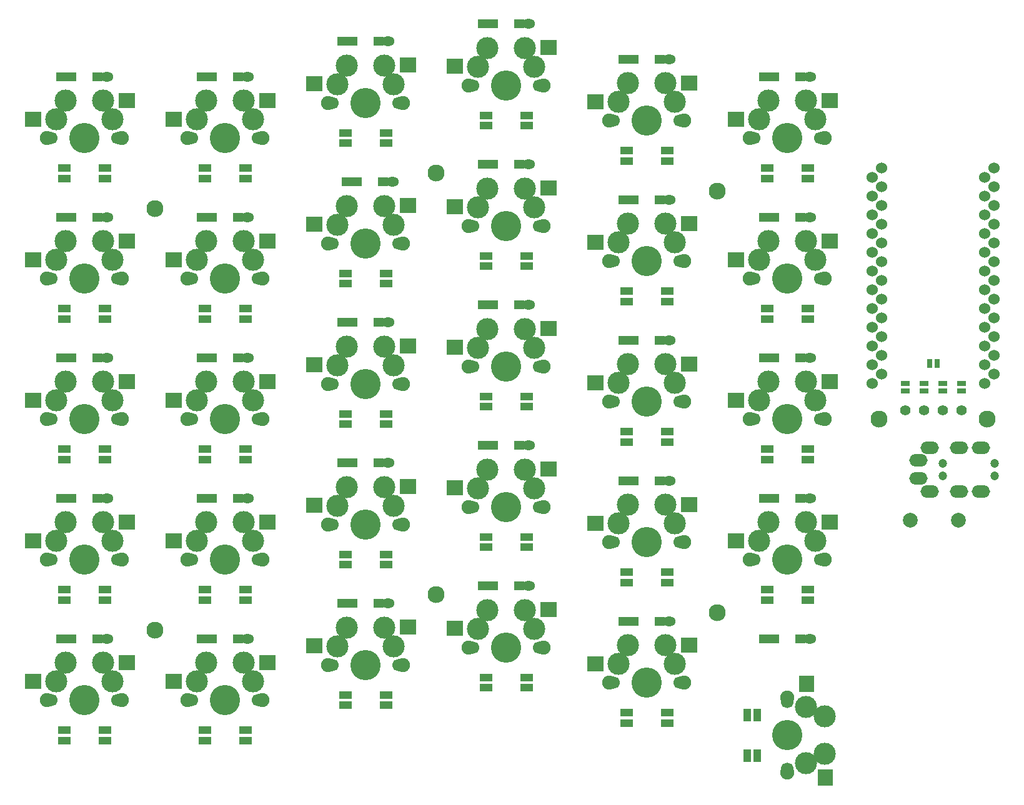
<source format=gbr>
%TF.GenerationSoftware,KiCad,Pcbnew,5.1.9-73d0e3b20d~88~ubuntu18.04.1*%
%TF.CreationDate,2021-03-13T15:22:26+09:00*%
%TF.ProjectId,swallowtail,7377616c-6c6f-4777-9461-696c2e6b6963,rev?*%
%TF.SameCoordinates,Original*%
%TF.FileFunction,Soldermask,Bot*%
%TF.FilePolarity,Negative*%
%FSLAX46Y46*%
G04 Gerber Fmt 4.6, Leading zero omitted, Abs format (unit mm)*
G04 Created by KiCad (PCBNEW 5.1.9-73d0e3b20d~88~ubuntu18.04.1) date 2021-03-13 15:22:26*
%MOMM*%
%LPD*%
G01*
G04 APERTURE LIST*
%ADD10R,2.300000X2.000000*%
%ADD11C,3.000000*%
%ADD12C,4.100000*%
%ADD13C,1.900000*%
%ADD14C,1.700000*%
%ADD15R,1.400000X1.300000*%
%ADD16O,1.778000X1.300000*%
%ADD17R,1.778000X1.300000*%
%ADD18C,2.300000*%
%ADD19R,1.700000X1.000000*%
%ADD20R,1.000000X1.700000*%
%ADD21R,2.000000X2.300000*%
%ADD22C,1.200000*%
%ADD23O,2.500000X1.700000*%
%ADD24C,1.397000*%
%ADD25R,0.635000X1.143000*%
%ADD26R,1.143000X0.635000*%
%ADD27C,2.000000*%
%ADD28C,1.524000*%
G04 APERTURE END LIST*
D10*
%TO.C,SW24*%
X132303125Y-115291875D03*
D11*
X135493125Y-115331875D03*
X136763125Y-112791875D03*
X143113125Y-115331874D03*
X141843125Y-112791875D03*
D12*
X139303125Y-117871875D03*
D13*
X144383125Y-117871875D03*
X134223125Y-117871875D03*
D10*
X145003125Y-112751875D03*
D14*
X134803125Y-117871875D03*
X143803125Y-117871875D03*
%TD*%
D15*
%TO.C,D1*%
X45828125Y-52387500D03*
X42278125Y-52387500D03*
D16*
X47053125Y-52387500D03*
D17*
X41053125Y-52387500D03*
%TD*%
D15*
%TO.C,D2*%
X64878125Y-52387500D03*
X61328125Y-52387500D03*
D16*
X66103125Y-52387500D03*
D17*
X60103125Y-52387500D03*
%TD*%
D15*
%TO.C,D3*%
X83928125Y-47625000D03*
X80378125Y-47625000D03*
D16*
X85153125Y-47625000D03*
D17*
X79153125Y-47625000D03*
%TD*%
D15*
%TO.C,D4*%
X102978125Y-45243750D03*
X99428125Y-45243750D03*
D16*
X104203125Y-45243750D03*
D17*
X98203125Y-45243750D03*
%TD*%
D15*
%TO.C,D5*%
X122028125Y-50006250D03*
X118478125Y-50006250D03*
D16*
X123253125Y-50006250D03*
D17*
X117253125Y-50006250D03*
%TD*%
D15*
%TO.C,D6*%
X141078125Y-52387500D03*
X137528125Y-52387500D03*
D16*
X142303125Y-52387500D03*
D17*
X136303125Y-52387500D03*
%TD*%
D15*
%TO.C,D7*%
X45828125Y-71437500D03*
X42278125Y-71437500D03*
D16*
X47053125Y-71437500D03*
D17*
X41053125Y-71437500D03*
%TD*%
D15*
%TO.C,D8*%
X64878125Y-71437500D03*
X61328125Y-71437500D03*
D16*
X66103125Y-71437500D03*
D17*
X60103125Y-71437500D03*
%TD*%
D15*
%TO.C,D9*%
X84534375Y-66675000D03*
X80984375Y-66675000D03*
D16*
X85759375Y-66675000D03*
D17*
X79759375Y-66675000D03*
%TD*%
D15*
%TO.C,D10*%
X102978125Y-64293750D03*
X99428125Y-64293750D03*
D16*
X104203125Y-64293750D03*
D17*
X98203125Y-64293750D03*
%TD*%
D15*
%TO.C,D11*%
X122028125Y-69056250D03*
X118478125Y-69056250D03*
D16*
X123253125Y-69056250D03*
D17*
X117253125Y-69056250D03*
%TD*%
D15*
%TO.C,D12*%
X141078125Y-71437500D03*
X137528125Y-71437500D03*
D16*
X142303125Y-71437500D03*
D17*
X136303125Y-71437500D03*
%TD*%
D15*
%TO.C,D13*%
X45828125Y-90487500D03*
X42278125Y-90487500D03*
D16*
X47053125Y-90487500D03*
D17*
X41053125Y-90487500D03*
%TD*%
D15*
%TO.C,D14*%
X64878125Y-90487500D03*
X61328125Y-90487500D03*
D16*
X66103125Y-90487500D03*
D17*
X60103125Y-90487500D03*
%TD*%
D15*
%TO.C,D15*%
X83928125Y-85725000D03*
X80378125Y-85725000D03*
D16*
X85153125Y-85725000D03*
D17*
X79153125Y-85725000D03*
%TD*%
D15*
%TO.C,D16*%
X102978125Y-83343750D03*
X99428125Y-83343750D03*
D16*
X104203125Y-83343750D03*
D17*
X98203125Y-83343750D03*
%TD*%
D15*
%TO.C,D17*%
X122028125Y-88106250D03*
X118478125Y-88106250D03*
D16*
X123253125Y-88106250D03*
D17*
X117253125Y-88106250D03*
%TD*%
D15*
%TO.C,D18*%
X141078125Y-90487500D03*
X137528125Y-90487500D03*
D16*
X142303125Y-90487500D03*
D17*
X136303125Y-90487500D03*
%TD*%
D15*
%TO.C,D19*%
X45828125Y-109537500D03*
X42278125Y-109537500D03*
D16*
X47053125Y-109537500D03*
D17*
X41053125Y-109537500D03*
%TD*%
D15*
%TO.C,D20*%
X64878125Y-109537500D03*
X61328125Y-109537500D03*
D16*
X66103125Y-109537500D03*
D17*
X60103125Y-109537500D03*
%TD*%
D15*
%TO.C,D21*%
X83928125Y-104775000D03*
X80378125Y-104775000D03*
D16*
X85153125Y-104775000D03*
D17*
X79153125Y-104775000D03*
%TD*%
D15*
%TO.C,D22*%
X102978125Y-102393750D03*
X99428125Y-102393750D03*
D16*
X104203125Y-102393750D03*
D17*
X98203125Y-102393750D03*
%TD*%
D15*
%TO.C,D23*%
X122028125Y-107156250D03*
X118478125Y-107156250D03*
D16*
X123253125Y-107156250D03*
D17*
X117253125Y-107156250D03*
%TD*%
D15*
%TO.C,D24*%
X141078125Y-109537500D03*
X137528125Y-109537500D03*
D16*
X142303125Y-109537500D03*
D17*
X136303125Y-109537500D03*
%TD*%
D15*
%TO.C,D25*%
X45828125Y-128587500D03*
X42278125Y-128587500D03*
D16*
X47053125Y-128587500D03*
D17*
X41053125Y-128587500D03*
%TD*%
D15*
%TO.C,D26*%
X64878125Y-128587500D03*
X61328125Y-128587500D03*
D16*
X66103125Y-128587500D03*
D17*
X60103125Y-128587500D03*
%TD*%
D15*
%TO.C,D27*%
X83928125Y-123825000D03*
X80378125Y-123825000D03*
D16*
X85153125Y-123825000D03*
D17*
X79153125Y-123825000D03*
%TD*%
D15*
%TO.C,D28*%
X102978125Y-121443750D03*
X99428125Y-121443750D03*
D16*
X104203125Y-121443750D03*
D17*
X98203125Y-121443750D03*
%TD*%
D15*
%TO.C,D29*%
X122028125Y-126206250D03*
X118478125Y-126206250D03*
D16*
X123253125Y-126206250D03*
D17*
X117253125Y-126206250D03*
%TD*%
D15*
%TO.C,D30*%
X141078125Y-128587500D03*
X137528125Y-128587500D03*
D16*
X142303125Y-128587500D03*
D17*
X136303125Y-128587500D03*
%TD*%
D18*
%TO.C,Ref\u002A\u002A*%
X166370000Y-98821885D03*
%TD*%
%TO.C,Ref\u002A\u002A*%
X151765000Y-98821885D03*
%TD*%
%TO.C,Ref\u002A\u002A*%
X129778610Y-67865625D03*
%TD*%
%TO.C,Ref\u002A\u002A*%
X129778610Y-125015625D03*
%TD*%
%TO.C,Ref\u002A\u002A*%
X91678450Y-65484375D03*
%TD*%
%TO.C,Ref\u002A\u002A*%
X91678450Y-122634375D03*
%TD*%
%TO.C,Ref\u002A\u002A*%
X53578290Y-127396875D03*
%TD*%
%TO.C,Ref\u002A\u002A*%
X53578290Y-70246875D03*
%TD*%
D19*
%TO.C,LED1*%
X46803125Y-66184375D03*
X46803125Y-64784375D03*
X41303125Y-66184375D03*
X41303125Y-64784375D03*
%TD*%
%TO.C,LED2*%
X65853125Y-66184375D03*
X65853125Y-64784375D03*
X60353125Y-66184375D03*
X60353125Y-64784375D03*
%TD*%
%TO.C,LED3*%
X84903125Y-61421875D03*
X84903125Y-60021875D03*
X79403125Y-61421875D03*
X79403125Y-60021875D03*
%TD*%
%TO.C,LED4*%
X103953125Y-59040625D03*
X103953125Y-57640625D03*
X98453125Y-59040625D03*
X98453125Y-57640625D03*
%TD*%
%TO.C,LED5*%
X123003125Y-63803125D03*
X123003125Y-62403125D03*
X117503125Y-63803125D03*
X117503125Y-62403125D03*
%TD*%
%TO.C,LED6*%
X142053125Y-66184375D03*
X142053125Y-64784375D03*
X136553125Y-66184375D03*
X136553125Y-64784375D03*
%TD*%
%TO.C,LED7*%
X46803125Y-85234375D03*
X46803125Y-83834375D03*
X41303125Y-85234375D03*
X41303125Y-83834375D03*
%TD*%
%TO.C,LED8*%
X65853125Y-85234375D03*
X65853125Y-83834375D03*
X60353125Y-85234375D03*
X60353125Y-83834375D03*
%TD*%
%TO.C,LED9*%
X84903125Y-80471875D03*
X84903125Y-79071875D03*
X79403125Y-80471875D03*
X79403125Y-79071875D03*
%TD*%
%TO.C,LED10*%
X103953125Y-78090625D03*
X103953125Y-76690625D03*
X98453125Y-78090625D03*
X98453125Y-76690625D03*
%TD*%
%TO.C,LED11*%
X123003125Y-82853125D03*
X123003125Y-81453125D03*
X117503125Y-82853125D03*
X117503125Y-81453125D03*
%TD*%
%TO.C,LED12*%
X142053125Y-85234375D03*
X142053125Y-83834375D03*
X136553125Y-85234375D03*
X136553125Y-83834375D03*
%TD*%
%TO.C,LED13*%
X46803125Y-104284375D03*
X46803125Y-102884375D03*
X41303125Y-104284375D03*
X41303125Y-102884375D03*
%TD*%
%TO.C,LED14*%
X65853125Y-104284375D03*
X65853125Y-102884375D03*
X60353125Y-104284375D03*
X60353125Y-102884375D03*
%TD*%
%TO.C,LED15*%
X84903125Y-99521875D03*
X84903125Y-98121875D03*
X79403125Y-99521875D03*
X79403125Y-98121875D03*
%TD*%
%TO.C,LED16*%
X103953125Y-97140625D03*
X103953125Y-95740625D03*
X98453125Y-97140625D03*
X98453125Y-95740625D03*
%TD*%
%TO.C,LED17*%
X123003125Y-101903125D03*
X123003125Y-100503125D03*
X117503125Y-101903125D03*
X117503125Y-100503125D03*
%TD*%
%TO.C,LED18*%
X142053125Y-104284375D03*
X142053125Y-102884375D03*
X136553125Y-104284375D03*
X136553125Y-102884375D03*
%TD*%
%TO.C,LED19*%
X46803125Y-123334375D03*
X46803125Y-121934375D03*
X41303125Y-123334375D03*
X41303125Y-121934375D03*
%TD*%
%TO.C,LED20*%
X65853125Y-123334375D03*
X65853125Y-121934375D03*
X60353125Y-123334375D03*
X60353125Y-121934375D03*
%TD*%
%TO.C,LED21*%
X84903125Y-118571875D03*
X84903125Y-117171875D03*
X79403125Y-118571875D03*
X79403125Y-117171875D03*
%TD*%
%TO.C,LED22*%
X103953125Y-116190625D03*
X103953125Y-114790625D03*
X98453125Y-116190625D03*
X98453125Y-114790625D03*
%TD*%
%TO.C,LED23*%
X123003125Y-120953125D03*
X123003125Y-119553125D03*
X117503125Y-120953125D03*
X117503125Y-119553125D03*
%TD*%
%TO.C,LED24*%
X142053125Y-123334375D03*
X142053125Y-121934375D03*
X136553125Y-123334375D03*
X136553125Y-121934375D03*
%TD*%
%TO.C,LED25*%
X46803125Y-142384375D03*
X46803125Y-140984375D03*
X41303125Y-142384375D03*
X41303125Y-140984375D03*
%TD*%
%TO.C,LED26*%
X65853125Y-142384375D03*
X65853125Y-140984375D03*
X60353125Y-142384375D03*
X60353125Y-140984375D03*
%TD*%
%TO.C,LED27*%
X84903125Y-137621875D03*
X84903125Y-136221875D03*
X79403125Y-137621875D03*
X79403125Y-136221875D03*
%TD*%
%TO.C,LED28*%
X103953125Y-135240625D03*
X103953125Y-133840625D03*
X98453125Y-135240625D03*
X98453125Y-133840625D03*
%TD*%
%TO.C,LED29*%
X123003125Y-140003125D03*
X123003125Y-138603125D03*
X117503125Y-140003125D03*
X117503125Y-138603125D03*
%TD*%
D20*
%TO.C,LED30*%
X133840625Y-144434375D03*
X135240625Y-144434375D03*
X133840625Y-138934375D03*
X135240625Y-138934375D03*
%TD*%
D10*
%TO.C,SW29*%
X113253125Y-131960625D03*
D11*
X116443125Y-132000625D03*
X117713125Y-129460625D03*
X124063125Y-132000624D03*
X122793125Y-129460625D03*
D12*
X120253125Y-134540625D03*
D13*
X125333125Y-134540625D03*
X115173125Y-134540625D03*
D10*
X125953125Y-129420625D03*
D14*
X115753125Y-134540625D03*
X124753125Y-134540625D03*
%TD*%
D10*
%TO.C,SW4*%
X94203125Y-50998125D03*
D11*
X97393125Y-51038125D03*
X98663125Y-48498125D03*
X105013125Y-51038124D03*
X103743125Y-48498125D03*
D12*
X101203125Y-53578125D03*
D13*
X106283125Y-53578125D03*
X96123125Y-53578125D03*
D10*
X106903125Y-48458125D03*
D14*
X96703125Y-53578125D03*
X105703125Y-53578125D03*
%TD*%
D21*
%TO.C,SW30*%
X141883125Y-134684375D03*
D11*
X141843125Y-137874375D03*
X144383125Y-139144375D03*
X141843126Y-145494375D03*
X144383125Y-144224375D03*
D12*
X139303125Y-141684375D03*
D13*
X139303125Y-146764375D03*
X139303125Y-136604375D03*
D21*
X144423125Y-147384375D03*
D14*
X139303125Y-137184375D03*
X139303125Y-146184375D03*
%TD*%
D10*
%TO.C,SW25*%
X37053125Y-134341875D03*
D11*
X40243125Y-134381875D03*
X41513125Y-131841875D03*
X47863125Y-134381874D03*
X46593125Y-131841875D03*
D12*
X44053125Y-136921875D03*
D13*
X49133125Y-136921875D03*
X38973125Y-136921875D03*
D10*
X49753125Y-131801875D03*
D14*
X39553125Y-136921875D03*
X48553125Y-136921875D03*
%TD*%
D22*
%TO.C,J1*%
X160346500Y-104787135D03*
X167346500Y-104787135D03*
D23*
X158546500Y-102687135D03*
X157046500Y-106887135D03*
X165546500Y-102687135D03*
X162546500Y-102687135D03*
D22*
X167346500Y-106537135D03*
X160346500Y-106537135D03*
D23*
X165546500Y-108637135D03*
X162546500Y-108637135D03*
X158546500Y-108637135D03*
X157046500Y-104437135D03*
%TD*%
D24*
%TO.C,J2*%
X155257500Y-97647135D03*
X157797500Y-97647135D03*
X160337500Y-97647135D03*
X162877500Y-97647135D03*
%TD*%
D25*
%TO.C,JP1*%
X158567120Y-91297135D03*
X159567880Y-91297135D03*
%TD*%
D26*
%TO.C,JP3*%
X162877500Y-94972515D03*
X162877500Y-93971755D03*
%TD*%
%TO.C,JP4*%
X160337500Y-93971755D03*
X160337500Y-94972515D03*
%TD*%
%TO.C,JP5*%
X157797500Y-94972515D03*
X157797500Y-93971755D03*
%TD*%
%TO.C,JP6*%
X155257500Y-93971755D03*
X155257500Y-94972515D03*
%TD*%
D27*
%TO.C,RSW1*%
X162496500Y-112490260D03*
X155996500Y-112490260D03*
%TD*%
D10*
%TO.C,SW1*%
X37053125Y-58141875D03*
D11*
X40243125Y-58181875D03*
X41513125Y-55641875D03*
X47863125Y-58181874D03*
X46593125Y-55641875D03*
D12*
X44053125Y-60721875D03*
D13*
X49133125Y-60721875D03*
X38973125Y-60721875D03*
D10*
X49753125Y-55601875D03*
D14*
X39553125Y-60721875D03*
X48553125Y-60721875D03*
%TD*%
%TO.C,SW2*%
X67603125Y-60721875D03*
X58603125Y-60721875D03*
D10*
X68803125Y-55601875D03*
D13*
X58023125Y-60721875D03*
X68183125Y-60721875D03*
D12*
X63103125Y-60721875D03*
D11*
X65643125Y-55641875D03*
X66913125Y-58181874D03*
X60563125Y-55641875D03*
X59293125Y-58181875D03*
D10*
X56103125Y-58141875D03*
%TD*%
D14*
%TO.C,SW3*%
X86653125Y-55959375D03*
X77653125Y-55959375D03*
D10*
X87853125Y-50839375D03*
D13*
X77073125Y-55959375D03*
X87233125Y-55959375D03*
D12*
X82153125Y-55959375D03*
D11*
X84693125Y-50879375D03*
X85963125Y-53419374D03*
X79613125Y-50879375D03*
X78343125Y-53419375D03*
D10*
X75153125Y-53379375D03*
%TD*%
D14*
%TO.C,SW5*%
X124753125Y-58340625D03*
X115753125Y-58340625D03*
D10*
X125953125Y-53220625D03*
D13*
X115173125Y-58340625D03*
X125333125Y-58340625D03*
D12*
X120253125Y-58340625D03*
D11*
X122793125Y-53260625D03*
X124063125Y-55800624D03*
X117713125Y-53260625D03*
X116443125Y-55800625D03*
D10*
X113253125Y-55760625D03*
%TD*%
D14*
%TO.C,SW6*%
X143803125Y-60721875D03*
X134803125Y-60721875D03*
D10*
X145003125Y-55601875D03*
D13*
X134223125Y-60721875D03*
X144383125Y-60721875D03*
D12*
X139303125Y-60721875D03*
D11*
X141843125Y-55641875D03*
X143113125Y-58181874D03*
X136763125Y-55641875D03*
X135493125Y-58181875D03*
D10*
X132303125Y-58141875D03*
%TD*%
D14*
%TO.C,SW7*%
X48553125Y-79771875D03*
X39553125Y-79771875D03*
D10*
X49753125Y-74651875D03*
D13*
X38973125Y-79771875D03*
X49133125Y-79771875D03*
D12*
X44053125Y-79771875D03*
D11*
X46593125Y-74691875D03*
X47863125Y-77231874D03*
X41513125Y-74691875D03*
X40243125Y-77231875D03*
D10*
X37053125Y-77191875D03*
%TD*%
D14*
%TO.C,SW8*%
X67603125Y-79771875D03*
X58603125Y-79771875D03*
D10*
X68803125Y-74651875D03*
D13*
X58023125Y-79771875D03*
X68183125Y-79771875D03*
D12*
X63103125Y-79771875D03*
D11*
X65643125Y-74691875D03*
X66913125Y-77231874D03*
X60563125Y-74691875D03*
X59293125Y-77231875D03*
D10*
X56103125Y-77191875D03*
%TD*%
%TO.C,SW9*%
X75153125Y-72429375D03*
D11*
X78343125Y-72469375D03*
X79613125Y-69929375D03*
X85963125Y-72469374D03*
X84693125Y-69929375D03*
D12*
X82153125Y-75009375D03*
D13*
X87233125Y-75009375D03*
X77073125Y-75009375D03*
D10*
X87853125Y-69889375D03*
D14*
X77653125Y-75009375D03*
X86653125Y-75009375D03*
%TD*%
%TO.C,SW10*%
X105703125Y-72628125D03*
X96703125Y-72628125D03*
D10*
X106903125Y-67508125D03*
D13*
X96123125Y-72628125D03*
X106283125Y-72628125D03*
D12*
X101203125Y-72628125D03*
D11*
X103743125Y-67548125D03*
X105013125Y-70088124D03*
X98663125Y-67548125D03*
X97393125Y-70088125D03*
D10*
X94203125Y-70048125D03*
%TD*%
D14*
%TO.C,SW11*%
X124753125Y-77390625D03*
X115753125Y-77390625D03*
D10*
X125953125Y-72270625D03*
D13*
X115173125Y-77390625D03*
X125333125Y-77390625D03*
D12*
X120253125Y-77390625D03*
D11*
X122793125Y-72310625D03*
X124063125Y-74850624D03*
X117713125Y-72310625D03*
X116443125Y-74850625D03*
D10*
X113253125Y-74810625D03*
%TD*%
D14*
%TO.C,SW12*%
X143803125Y-79771875D03*
X134803125Y-79771875D03*
D10*
X145003125Y-74651875D03*
D13*
X134223125Y-79771875D03*
X144383125Y-79771875D03*
D12*
X139303125Y-79771875D03*
D11*
X141843125Y-74691875D03*
X143113125Y-77231874D03*
X136763125Y-74691875D03*
X135493125Y-77231875D03*
D10*
X132303125Y-77191875D03*
%TD*%
%TO.C,SW13*%
X37053125Y-96241875D03*
D11*
X40243125Y-96281875D03*
X41513125Y-93741875D03*
X47863125Y-96281874D03*
X46593125Y-93741875D03*
D12*
X44053125Y-98821875D03*
D13*
X49133125Y-98821875D03*
X38973125Y-98821875D03*
D10*
X49753125Y-93701875D03*
D14*
X39553125Y-98821875D03*
X48553125Y-98821875D03*
%TD*%
D10*
%TO.C,SW14*%
X56103125Y-96241875D03*
D11*
X59293125Y-96281875D03*
X60563125Y-93741875D03*
X66913125Y-96281874D03*
X65643125Y-93741875D03*
D12*
X63103125Y-98821875D03*
D13*
X68183125Y-98821875D03*
X58023125Y-98821875D03*
D10*
X68803125Y-93701875D03*
D14*
X58603125Y-98821875D03*
X67603125Y-98821875D03*
%TD*%
%TO.C,SW15*%
X86653125Y-94059375D03*
X77653125Y-94059375D03*
D10*
X87853125Y-88939375D03*
D13*
X77073125Y-94059375D03*
X87233125Y-94059375D03*
D12*
X82153125Y-94059375D03*
D11*
X84693125Y-88979375D03*
X85963125Y-91519374D03*
X79613125Y-88979375D03*
X78343125Y-91519375D03*
D10*
X75153125Y-91479375D03*
%TD*%
%TO.C,SW16*%
X94203125Y-89098125D03*
D11*
X97393125Y-89138125D03*
X98663125Y-86598125D03*
X105013125Y-89138124D03*
X103743125Y-86598125D03*
D12*
X101203125Y-91678125D03*
D13*
X106283125Y-91678125D03*
X96123125Y-91678125D03*
D10*
X106903125Y-86558125D03*
D14*
X96703125Y-91678125D03*
X105703125Y-91678125D03*
%TD*%
D10*
%TO.C,SW17*%
X113253125Y-93860625D03*
D11*
X116443125Y-93900625D03*
X117713125Y-91360625D03*
X124063125Y-93900624D03*
X122793125Y-91360625D03*
D12*
X120253125Y-96440625D03*
D13*
X125333125Y-96440625D03*
X115173125Y-96440625D03*
D10*
X125953125Y-91320625D03*
D14*
X115753125Y-96440625D03*
X124753125Y-96440625D03*
%TD*%
D10*
%TO.C,SW18*%
X132303125Y-96241875D03*
D11*
X135493125Y-96281875D03*
X136763125Y-93741875D03*
X143113125Y-96281874D03*
X141843125Y-93741875D03*
D12*
X139303125Y-98821875D03*
D13*
X144383125Y-98821875D03*
X134223125Y-98821875D03*
D10*
X145003125Y-93701875D03*
D14*
X134803125Y-98821875D03*
X143803125Y-98821875D03*
%TD*%
D10*
%TO.C,SW19*%
X37053125Y-115291875D03*
D11*
X40243125Y-115331875D03*
X41513125Y-112791875D03*
X47863125Y-115331874D03*
X46593125Y-112791875D03*
D12*
X44053125Y-117871875D03*
D13*
X49133125Y-117871875D03*
X38973125Y-117871875D03*
D10*
X49753125Y-112751875D03*
D14*
X39553125Y-117871875D03*
X48553125Y-117871875D03*
%TD*%
D10*
%TO.C,SW20*%
X56103125Y-115291875D03*
D11*
X59293125Y-115331875D03*
X60563125Y-112791875D03*
X66913125Y-115331874D03*
X65643125Y-112791875D03*
D12*
X63103125Y-117871875D03*
D13*
X68183125Y-117871875D03*
X58023125Y-117871875D03*
D10*
X68803125Y-112751875D03*
D14*
X58603125Y-117871875D03*
X67603125Y-117871875D03*
%TD*%
D10*
%TO.C,SW21*%
X75153125Y-110529375D03*
D11*
X78343125Y-110569375D03*
X79613125Y-108029375D03*
X85963125Y-110569374D03*
X84693125Y-108029375D03*
D12*
X82153125Y-113109375D03*
D13*
X87233125Y-113109375D03*
X77073125Y-113109375D03*
D10*
X87853125Y-107989375D03*
D14*
X77653125Y-113109375D03*
X86653125Y-113109375D03*
%TD*%
%TO.C,SW22*%
X105703125Y-110728125D03*
X96703125Y-110728125D03*
D10*
X106903125Y-105608125D03*
D13*
X96123125Y-110728125D03*
X106283125Y-110728125D03*
D12*
X101203125Y-110728125D03*
D11*
X103743125Y-105648125D03*
X105013125Y-108188124D03*
X98663125Y-105648125D03*
X97393125Y-108188125D03*
D10*
X94203125Y-108148125D03*
%TD*%
%TO.C,SW23*%
X113253125Y-112910625D03*
D11*
X116443125Y-112950625D03*
X117713125Y-110410625D03*
X124063125Y-112950624D03*
X122793125Y-110410625D03*
D12*
X120253125Y-115490625D03*
D13*
X125333125Y-115490625D03*
X115173125Y-115490625D03*
D10*
X125953125Y-110370625D03*
D14*
X115753125Y-115490625D03*
X124753125Y-115490625D03*
%TD*%
%TO.C,SW26*%
X67603125Y-136921875D03*
X58603125Y-136921875D03*
D10*
X68803125Y-131801875D03*
D13*
X58023125Y-136921875D03*
X68183125Y-136921875D03*
D12*
X63103125Y-136921875D03*
D11*
X65643125Y-131841875D03*
X66913125Y-134381874D03*
X60563125Y-131841875D03*
X59293125Y-134381875D03*
D10*
X56103125Y-134341875D03*
%TD*%
D14*
%TO.C,SW27*%
X86653125Y-132159375D03*
X77653125Y-132159375D03*
D10*
X87853125Y-127039375D03*
D13*
X77073125Y-132159375D03*
X87233125Y-132159375D03*
D12*
X82153125Y-132159375D03*
D11*
X84693125Y-127079375D03*
X85963125Y-129619374D03*
X79613125Y-127079375D03*
X78343125Y-129619375D03*
D10*
X75153125Y-129579375D03*
%TD*%
D14*
%TO.C,SW28*%
X105703125Y-129778125D03*
X96703125Y-129778125D03*
D10*
X106903125Y-124658125D03*
D13*
X96123125Y-129778125D03*
X106283125Y-129778125D03*
D12*
X101203125Y-129778125D03*
D11*
X103743125Y-124698125D03*
X105013125Y-127238124D03*
X98663125Y-124698125D03*
X97393125Y-127238125D03*
D10*
X94203125Y-127198125D03*
%TD*%
D28*
%TO.C,U1*%
X152082500Y-64754135D03*
X152082500Y-67294135D03*
X152082500Y-69834135D03*
X152082500Y-72374135D03*
X152082500Y-74914135D03*
X152082500Y-77454135D03*
X152082500Y-79994135D03*
X152082500Y-82534135D03*
X152082500Y-85074135D03*
X152082500Y-87614135D03*
X152082500Y-90154135D03*
X152082500Y-92694135D03*
X167302500Y-92694135D03*
X167302500Y-90154135D03*
X167302500Y-87614135D03*
X167302500Y-85074135D03*
X167302500Y-82534135D03*
X167302500Y-79994135D03*
X167302500Y-77454135D03*
X167302500Y-74914135D03*
X167302500Y-72374135D03*
X167302500Y-69834135D03*
X167302500Y-67294135D03*
X167302500Y-64754135D03*
X150756100Y-66024135D03*
X150756100Y-68564135D03*
X150756100Y-71104135D03*
X150756100Y-73644135D03*
X150756100Y-76184135D03*
X150756100Y-78724135D03*
X150756100Y-81264135D03*
X150756100Y-83804135D03*
X150756100Y-86344135D03*
X150756100Y-88884135D03*
X150756100Y-91424135D03*
X150756100Y-93964135D03*
X165996100Y-93964135D03*
X165996100Y-91424135D03*
X165996100Y-88884135D03*
X165996100Y-86344135D03*
X165996100Y-83804135D03*
X165996100Y-81264135D03*
X165996100Y-78724135D03*
X165996100Y-76184135D03*
X165996100Y-73644135D03*
X165996100Y-71104135D03*
X165996100Y-68564135D03*
X165996100Y-66024135D03*
%TD*%
M02*

</source>
